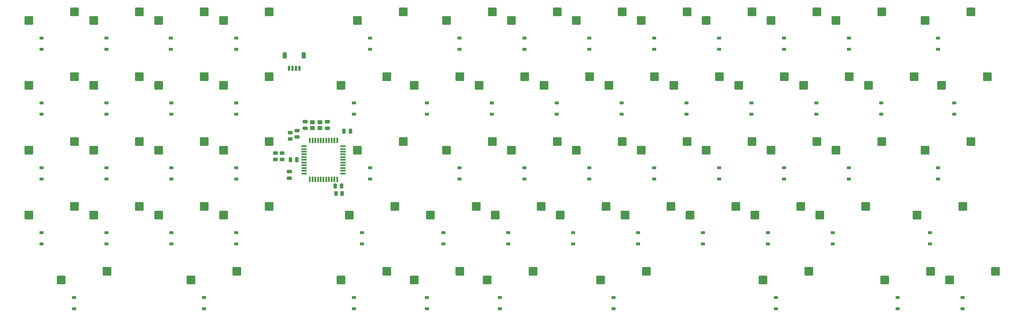
<source format=gbr>
%TF.GenerationSoftware,KiCad,Pcbnew,8.0.6*%
%TF.CreationDate,2024-12-20T15:57:00-07:00*%
%TF.ProjectId,tabesco-48,74616265-7363-46f2-9d34-382e6b696361,rev?*%
%TF.SameCoordinates,Original*%
%TF.FileFunction,Paste,Bot*%
%TF.FilePolarity,Positive*%
%FSLAX46Y46*%
G04 Gerber Fmt 4.6, Leading zero omitted, Abs format (unit mm)*
G04 Created by KiCad (PCBNEW 8.0.6) date 2024-12-20 15:57:00*
%MOMM*%
%LPD*%
G01*
G04 APERTURE LIST*
G04 Aperture macros list*
%AMRoundRect*
0 Rectangle with rounded corners*
0 $1 Rounding radius*
0 $2 $3 $4 $5 $6 $7 $8 $9 X,Y pos of 4 corners*
0 Add a 4 corners polygon primitive as box body*
4,1,4,$2,$3,$4,$5,$6,$7,$8,$9,$2,$3,0*
0 Add four circle primitives for the rounded corners*
1,1,$1+$1,$2,$3*
1,1,$1+$1,$4,$5*
1,1,$1+$1,$6,$7*
1,1,$1+$1,$8,$9*
0 Add four rect primitives between the rounded corners*
20,1,$1+$1,$2,$3,$4,$5,0*
20,1,$1+$1,$4,$5,$6,$7,0*
20,1,$1+$1,$6,$7,$8,$9,0*
20,1,$1+$1,$8,$9,$2,$3,0*%
G04 Aperture macros list end*
%ADD10RoundRect,0.225000X0.375000X-0.225000X0.375000X0.225000X-0.375000X0.225000X-0.375000X-0.225000X0*%
%ADD11RoundRect,0.250000X1.025000X1.000000X-1.025000X1.000000X-1.025000X-1.000000X1.025000X-1.000000X0*%
%ADD12RoundRect,0.250000X0.262500X0.450000X-0.262500X0.450000X-0.262500X-0.450000X0.262500X-0.450000X0*%
%ADD13RoundRect,0.250000X0.250000X0.475000X-0.250000X0.475000X-0.250000X-0.475000X0.250000X-0.475000X0*%
%ADD14RoundRect,0.250000X0.475000X-0.250000X0.475000X0.250000X-0.475000X0.250000X-0.475000X-0.250000X0*%
%ADD15R,1.500000X0.550000*%
%ADD16R,0.550000X1.500000*%
%ADD17R,1.400000X1.200000*%
%ADD18RoundRect,0.250000X-0.475000X0.250000X-0.475000X-0.250000X0.475000X-0.250000X0.475000X0.250000X0*%
%ADD19RoundRect,0.250000X-0.450000X0.262500X-0.450000X-0.262500X0.450000X-0.262500X0.450000X0.262500X0*%
%ADD20RoundRect,0.150000X-0.150000X-0.625000X0.150000X-0.625000X0.150000X0.625000X-0.150000X0.625000X0*%
%ADD21RoundRect,0.250000X-0.350000X-0.650000X0.350000X-0.650000X0.350000X0.650000X-0.350000X0.650000X0*%
%ADD22RoundRect,0.250000X0.450000X-0.262500X0.450000X0.262500X-0.450000X0.262500X-0.450000X-0.262500X0*%
G04 APERTURE END LIST*
D10*
%TO.C,D23*%
X316318998Y-134947623D03*
X316318998Y-131647623D03*
%TD*%
D11*
%TO.C,MX56*%
X217280873Y-183604498D03*
X230730873Y-181064498D03*
%TD*%
%TO.C,MX1*%
X123221498Y-107404498D03*
X136671498Y-104864498D03*
%TD*%
D10*
%TO.C,D0*%
X107959623Y-115897623D03*
X107959623Y-112597623D03*
%TD*%
D11*
%TO.C,MX59*%
X319674623Y-183604498D03*
X333124623Y-181064498D03*
%TD*%
D10*
%TO.C,D39*%
X371087748Y-153997623D03*
X371087748Y-150697623D03*
%TD*%
%TO.C,D56*%
X221068998Y-192097623D03*
X221068998Y-188797623D03*
%TD*%
%TO.C,D4*%
X204400248Y-115897623D03*
X204400248Y-112597623D03*
%TD*%
D12*
%TO.C,R3*%
X196182748Y-158170748D03*
X194357748Y-158170748D03*
%TD*%
D11*
%TO.C,MX46*%
X241093373Y-164554498D03*
X254543373Y-162014498D03*
%TD*%
D10*
%TO.C,D45*%
X225831498Y-173047623D03*
X225831498Y-169747623D03*
%TD*%
%TO.C,D36*%
X306793998Y-153997623D03*
X306793998Y-150697623D03*
%TD*%
D11*
%TO.C,MX2*%
X142271498Y-107404498D03*
X155721498Y-104864498D03*
%TD*%
D13*
%TO.C,C6*%
X182891500Y-148294500D03*
X180991500Y-148294500D03*
%TD*%
D11*
%TO.C,MX58*%
X272049623Y-183604498D03*
X285499623Y-181064498D03*
%TD*%
D10*
%TO.C,D52*%
X368706498Y-173047623D03*
X368706498Y-169747623D03*
%TD*%
%TO.C,D10*%
X325843998Y-115897623D03*
X325843998Y-112597623D03*
%TD*%
D11*
%TO.C,MX8*%
X283955873Y-107404498D03*
X297405873Y-104864498D03*
%TD*%
%TO.C,MX50*%
X317293373Y-164554498D03*
X330743373Y-162014498D03*
%TD*%
D10*
%TO.C,D30*%
X165109623Y-153997623D03*
X165109623Y-150697623D03*
%TD*%
%TO.C,D57*%
X242500248Y-192097623D03*
X242500248Y-188797623D03*
%TD*%
%TO.C,D34*%
X268693998Y-153997623D03*
X268693998Y-150697623D03*
%TD*%
%TO.C,D37*%
X325843998Y-153997623D03*
X325843998Y-150697623D03*
%TD*%
D11*
%TO.C,MX42*%
X142271498Y-164554498D03*
X155721498Y-162014498D03*
%TD*%
%TO.C,MX41*%
X123221498Y-164554498D03*
X136671498Y-162014498D03*
%TD*%
%TO.C,MX12*%
X367299623Y-107404498D03*
X380749623Y-104864498D03*
%TD*%
%TO.C,MX52*%
X364918373Y-164554498D03*
X378368373Y-162014498D03*
%TD*%
D10*
%TO.C,D44*%
X202018998Y-173047623D03*
X202018998Y-169747623D03*
%TD*%
%TO.C,D41*%
X127009623Y-173047623D03*
X127009623Y-169747623D03*
%TD*%
%TO.C,D33*%
X249643998Y-153997623D03*
X249643998Y-150697623D03*
%TD*%
%TO.C,D40*%
X107959623Y-173047623D03*
X107959623Y-169747623D03*
%TD*%
%TO.C,D24*%
X335368998Y-134947623D03*
X335368998Y-131647623D03*
%TD*%
D11*
%TO.C,MX40*%
X104171498Y-164554498D03*
X117621498Y-162014498D03*
%TD*%
D10*
%TO.C,D5*%
X230593998Y-115897623D03*
X230593998Y-112597623D03*
%TD*%
%TO.C,D59*%
X323462748Y-192097623D03*
X323462748Y-188797623D03*
%TD*%
D14*
%TO.C,C5*%
X185345248Y-139050748D03*
X185345248Y-137150748D03*
%TD*%
D11*
%TO.C,MX54*%
X151796498Y-183604498D03*
X165246498Y-181064498D03*
%TD*%
%TO.C,MX35*%
X283955873Y-145504498D03*
X297405873Y-142964498D03*
%TD*%
%TO.C,MX28*%
X123221498Y-145504498D03*
X136671498Y-142964498D03*
%TD*%
D10*
%TO.C,D6*%
X249643998Y-115897623D03*
X249643998Y-112597623D03*
%TD*%
D13*
%TO.C,C0*%
X198589000Y-139946375D03*
X196689000Y-139946375D03*
%TD*%
D15*
%TO.C,U1*%
X184990248Y-152320748D03*
X184990248Y-151520748D03*
X184990248Y-150720748D03*
X184990248Y-149920748D03*
X184990248Y-149120748D03*
X184990248Y-148320748D03*
X184990248Y-147520748D03*
X184990248Y-146720748D03*
X184990248Y-145920748D03*
X184990248Y-145120748D03*
X184990248Y-144320748D03*
D16*
X186690248Y-142620748D03*
X187490248Y-142620748D03*
X188290248Y-142620748D03*
X189090248Y-142620748D03*
X189890248Y-142620748D03*
X190690248Y-142620748D03*
X191490248Y-142620748D03*
X192290248Y-142620748D03*
X193090248Y-142620748D03*
X193890248Y-142620748D03*
X194690248Y-142620748D03*
D15*
X196390248Y-144320748D03*
X196390248Y-145120748D03*
X196390248Y-145920748D03*
X196390248Y-146720748D03*
X196390248Y-147520748D03*
X196390248Y-148320748D03*
X196390248Y-149120748D03*
X196390248Y-149920748D03*
X196390248Y-150720748D03*
X196390248Y-151520748D03*
X196390248Y-152320748D03*
D16*
X194690248Y-154020748D03*
X193890248Y-154020748D03*
X193090248Y-154020748D03*
X192290248Y-154020748D03*
X191490248Y-154020748D03*
X190690248Y-154020748D03*
X189890248Y-154020748D03*
X189090248Y-154020748D03*
X188290248Y-154020748D03*
X187490248Y-154020748D03*
X186690248Y-154020748D03*
%TD*%
D10*
%TO.C,D51*%
X340131498Y-173047623D03*
X340131498Y-169747623D03*
%TD*%
%TO.C,D1*%
X127009623Y-115897623D03*
X127009623Y-112597623D03*
%TD*%
%TO.C,D3*%
X165109623Y-115897623D03*
X165109623Y-112597623D03*
%TD*%
D17*
%TO.C,Y0*%
X189665248Y-138950748D03*
X187465248Y-138950748D03*
X187465248Y-137250748D03*
X189665248Y-137250748D03*
%TD*%
D11*
%TO.C,MX23*%
X312530873Y-126454498D03*
X325980873Y-123914498D03*
%TD*%
D10*
%TO.C,D43*%
X165109623Y-173047623D03*
X165109623Y-169747623D03*
%TD*%
%TO.C,D11*%
X344893998Y-115897623D03*
X344893998Y-112597623D03*
%TD*%
D11*
%TO.C,MX11*%
X341105873Y-107404498D03*
X354555873Y-104864498D03*
%TD*%
%TO.C,MX7*%
X264905873Y-107404498D03*
X278355873Y-104864498D03*
%TD*%
D10*
%TO.C,D17*%
X199637748Y-134947623D03*
X199637748Y-131647623D03*
%TD*%
D11*
%TO.C,MX47*%
X260143373Y-164554498D03*
X273593373Y-162014498D03*
%TD*%
%TO.C,MX16*%
X161321498Y-126454498D03*
X174771498Y-123914498D03*
%TD*%
%TO.C,MX18*%
X217280873Y-126454498D03*
X230730873Y-123914498D03*
%TD*%
D10*
%TO.C,D46*%
X244881498Y-173047623D03*
X244881498Y-169747623D03*
%TD*%
D11*
%TO.C,MX33*%
X245855873Y-145504498D03*
X259305873Y-142964498D03*
%TD*%
%TO.C,MX21*%
X274430873Y-126454498D03*
X287880873Y-123914498D03*
%TD*%
%TO.C,MX43*%
X161321498Y-164554498D03*
X174771498Y-162014498D03*
%TD*%
%TO.C,MX26*%
X372062123Y-126454498D03*
X385512123Y-123914498D03*
%TD*%
D18*
%TO.C,C3*%
X180650248Y-151770748D03*
X180650248Y-153670748D03*
%TD*%
D19*
%TO.C,R0*%
X180919258Y-140341738D03*
X180919258Y-142166738D03*
%TD*%
D11*
%TO.C,MX48*%
X279193373Y-164554498D03*
X292643373Y-162014498D03*
%TD*%
D10*
%TO.C,D18*%
X221068998Y-134947623D03*
X221068998Y-131647623D03*
%TD*%
D11*
%TO.C,MX20*%
X255380873Y-126454498D03*
X268830873Y-123914498D03*
%TD*%
D10*
%TO.C,D53*%
X117484623Y-192097623D03*
X117484623Y-188797623D03*
%TD*%
%TO.C,D12*%
X371087748Y-115897623D03*
X371087748Y-112597623D03*
%TD*%
D13*
%TO.C,C2*%
X195990248Y-156030748D03*
X194090248Y-156030748D03*
%TD*%
D10*
%TO.C,D14*%
X127009623Y-134947623D03*
X127009623Y-131647623D03*
%TD*%
D11*
%TO.C,MX51*%
X336343373Y-164554498D03*
X349793373Y-162014498D03*
%TD*%
%TO.C,MX53*%
X113696498Y-183604498D03*
X127146498Y-181064498D03*
%TD*%
%TO.C,MX0*%
X104171498Y-107404498D03*
X117621498Y-104864498D03*
%TD*%
%TO.C,MX38*%
X341105873Y-145504498D03*
X354555873Y-142964498D03*
%TD*%
D14*
%TO.C,C1*%
X182979258Y-141634238D03*
X182979258Y-139734238D03*
%TD*%
D11*
%TO.C,MX36*%
X303005873Y-145504498D03*
X316455873Y-142964498D03*
%TD*%
%TO.C,MX13*%
X104171498Y-126454498D03*
X117621498Y-123914498D03*
%TD*%
%TO.C,MX57*%
X238712123Y-183604498D03*
X252162123Y-181064498D03*
%TD*%
%TO.C,MX15*%
X142271498Y-126454498D03*
X155721498Y-123914498D03*
%TD*%
D10*
%TO.C,D27*%
X107959623Y-153997623D03*
X107959623Y-150697623D03*
%TD*%
D11*
%TO.C,MX24*%
X331580873Y-126454498D03*
X345030873Y-123914498D03*
%TD*%
D10*
%TO.C,D31*%
X204400248Y-153997623D03*
X204400248Y-150697623D03*
%TD*%
D11*
%TO.C,MX17*%
X195849623Y-126454498D03*
X209299623Y-123914498D03*
%TD*%
D18*
%TO.C,C4*%
X191795248Y-137150748D03*
X191795248Y-139050748D03*
%TD*%
D11*
%TO.C,MX19*%
X236330873Y-126454498D03*
X249780873Y-123914498D03*
%TD*%
D10*
%TO.C,D25*%
X354418998Y-134947623D03*
X354418998Y-131647623D03*
%TD*%
D11*
%TO.C,MX14*%
X123221498Y-126454498D03*
X136671498Y-123914498D03*
%TD*%
D10*
%TO.C,D16*%
X165109623Y-134947623D03*
X165109623Y-131647623D03*
%TD*%
D11*
%TO.C,MX39*%
X367299623Y-145504498D03*
X380749623Y-142964498D03*
%TD*%
D10*
%TO.C,D28*%
X127009623Y-153997623D03*
X127009623Y-150697623D03*
%TD*%
%TO.C,D9*%
X306793998Y-115897623D03*
X306793998Y-112597623D03*
%TD*%
%TO.C,D15*%
X146059623Y-134947623D03*
X146059623Y-131647623D03*
%TD*%
%TO.C,D61*%
X378231498Y-192097623D03*
X378231498Y-188797623D03*
%TD*%
D11*
%TO.C,MX9*%
X303005873Y-107404498D03*
X316455873Y-104864498D03*
%TD*%
%TO.C,MX27*%
X104171498Y-145504498D03*
X117621498Y-142964498D03*
%TD*%
D10*
%TO.C,D8*%
X287743998Y-115897623D03*
X287743998Y-112597623D03*
%TD*%
D11*
%TO.C,MX25*%
X350630873Y-126454498D03*
X364080873Y-123914498D03*
%TD*%
D10*
%TO.C,D50*%
X321081498Y-173047623D03*
X321081498Y-169747623D03*
%TD*%
D11*
%TO.C,MX32*%
X226805873Y-145504498D03*
X240255873Y-142964498D03*
%TD*%
%TO.C,MX29*%
X142271498Y-145504498D03*
X155721498Y-142964498D03*
%TD*%
D10*
%TO.C,D55*%
X199637748Y-192097623D03*
X199637748Y-188797623D03*
%TD*%
D11*
%TO.C,MX55*%
X195849623Y-183604498D03*
X209299623Y-181064498D03*
%TD*%
%TO.C,MX4*%
X200612123Y-107404498D03*
X214062123Y-104864498D03*
%TD*%
D10*
%TO.C,D47*%
X263931498Y-173047623D03*
X263931498Y-169747623D03*
%TD*%
D11*
%TO.C,MX31*%
X200612123Y-145504498D03*
X214062123Y-142964498D03*
%TD*%
%TO.C,MX60*%
X355393373Y-183604498D03*
X368843373Y-181064498D03*
%TD*%
D10*
%TO.C,D2*%
X145821498Y-115897623D03*
X145821498Y-112597623D03*
%TD*%
%TO.C,D22*%
X297268998Y-134947623D03*
X297268998Y-131647623D03*
%TD*%
D11*
%TO.C,MX34*%
X264905873Y-145504498D03*
X278355873Y-142964498D03*
%TD*%
D10*
%TO.C,D26*%
X375850248Y-134947623D03*
X375850248Y-131647623D03*
%TD*%
D11*
%TO.C,MX3*%
X161321498Y-107404498D03*
X174771498Y-104864498D03*
%TD*%
D10*
%TO.C,D35*%
X287743998Y-153997623D03*
X287743998Y-150697623D03*
%TD*%
%TO.C,D42*%
X146059623Y-173047623D03*
X146059623Y-169747623D03*
%TD*%
D11*
%TO.C,MX5*%
X226805873Y-107404498D03*
X240255873Y-104864498D03*
%TD*%
%TO.C,MX45*%
X222043373Y-164554498D03*
X235493373Y-162014498D03*
%TD*%
%TO.C,MX44*%
X198230873Y-164554498D03*
X211680873Y-162014498D03*
%TD*%
D10*
%TO.C,D20*%
X259168998Y-134947623D03*
X259168998Y-131647623D03*
%TD*%
D11*
%TO.C,MX37*%
X322055873Y-145504498D03*
X335505873Y-142964498D03*
%TD*%
%TO.C,MX61*%
X374443373Y-183604498D03*
X387893373Y-181064498D03*
%TD*%
D10*
%TO.C,D21*%
X278218998Y-134947623D03*
X278218998Y-131647623D03*
%TD*%
D11*
%TO.C,MX6*%
X245855873Y-107404498D03*
X259305873Y-104864498D03*
%TD*%
%TO.C,MX10*%
X322055873Y-107404498D03*
X335505873Y-104864498D03*
%TD*%
D10*
%TO.C,D48*%
X282981498Y-173047623D03*
X282981498Y-169747623D03*
%TD*%
%TO.C,D58*%
X275837748Y-192097623D03*
X275837748Y-188797623D03*
%TD*%
%TO.C,D19*%
X240118998Y-134947623D03*
X240118998Y-131647623D03*
%TD*%
%TO.C,D7*%
X268693998Y-115897623D03*
X268693998Y-112597623D03*
%TD*%
D19*
%TO.C,R1*%
X178521500Y-146372000D03*
X178521500Y-148197000D03*
%TD*%
D10*
%TO.C,D54*%
X155584623Y-192097623D03*
X155584623Y-188797623D03*
%TD*%
D11*
%TO.C,MX49*%
X298243373Y-164554498D03*
X311693373Y-162014498D03*
%TD*%
D10*
%TO.C,D38*%
X344893998Y-153997623D03*
X344893998Y-150697623D03*
%TD*%
D11*
%TO.C,MX30*%
X161321498Y-145504498D03*
X174771498Y-142964498D03*
%TD*%
D20*
%TO.C,J1*%
X180601500Y-121474500D03*
X181601500Y-121474500D03*
X182601500Y-121474500D03*
X183601500Y-121474500D03*
D21*
X179301500Y-117599500D03*
X184901500Y-117599500D03*
%TD*%
D10*
%TO.C,D32*%
X230593998Y-153997623D03*
X230593998Y-150697623D03*
%TD*%
D11*
%TO.C,MX22*%
X293480873Y-126454498D03*
X306930873Y-123914498D03*
%TD*%
D10*
%TO.C,D13*%
X107959623Y-134947623D03*
X107959623Y-131647623D03*
%TD*%
%TO.C,D29*%
X146059623Y-153997623D03*
X146059623Y-150697623D03*
%TD*%
%TO.C,D49*%
X302031498Y-173047623D03*
X302031498Y-169747623D03*
%TD*%
%TO.C,D60*%
X359181498Y-192097623D03*
X359181498Y-188797623D03*
%TD*%
D22*
%TO.C,R2*%
X176591500Y-148194500D03*
X176591500Y-146369500D03*
%TD*%
M02*

</source>
